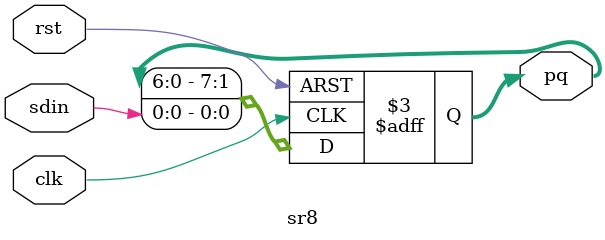
<source format=v>
module sr8
(
    input rst, clk,
    input sdin,
    output reg[7:0] pq
);

always@(negedge rst, posedge clk)
//always@(posedge clk)
    if(rst == 0)
        pq <= 0;
    else
        pq <= {pq[6:0], sdin};
        //pq <={sdin, pq[7:1]};
endmodule 
</source>
